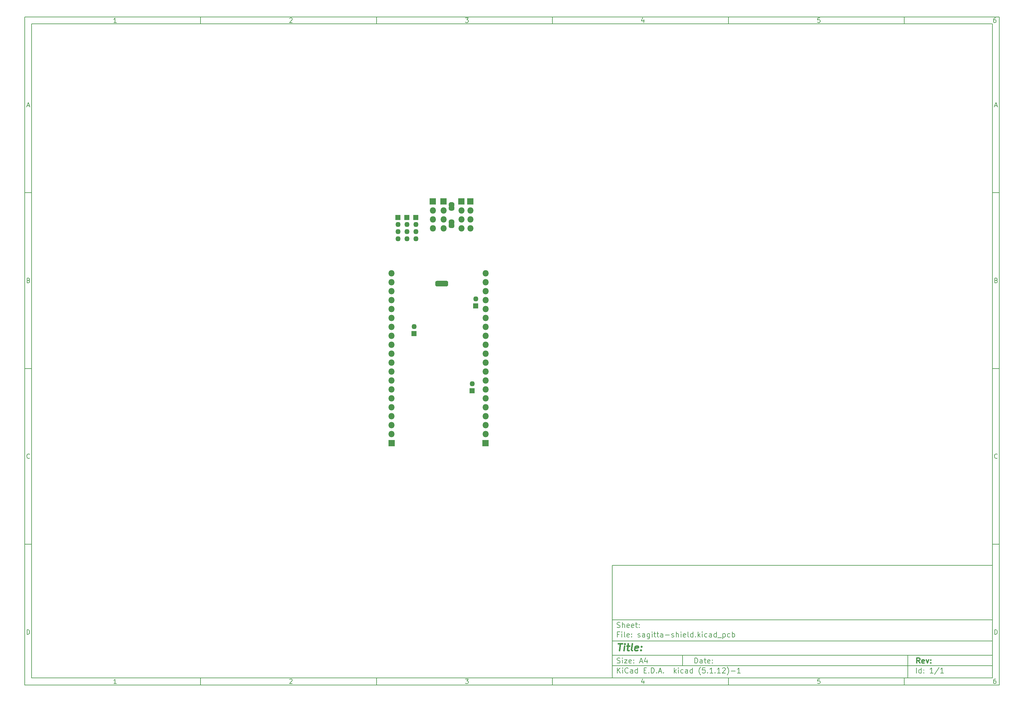
<source format=gbr>
G04 #@! TF.GenerationSoftware,KiCad,Pcbnew,(5.1.12)-1*
G04 #@! TF.CreationDate,2021-12-15T05:31:51+03:00*
G04 #@! TF.ProjectId,sagitta-shield,73616769-7474-4612-9d73-6869656c642e,rev?*
G04 #@! TF.SameCoordinates,Original*
G04 #@! TF.FileFunction,Soldermask,Bot*
G04 #@! TF.FilePolarity,Negative*
%FSLAX46Y46*%
G04 Gerber Fmt 4.6, Leading zero omitted, Abs format (unit mm)*
G04 Created by KiCad (PCBNEW (5.1.12)-1) date 2021-12-15 05:31:51*
%MOMM*%
%LPD*%
G01*
G04 APERTURE LIST*
%ADD10C,0.100000*%
%ADD11C,0.150000*%
%ADD12C,0.300000*%
%ADD13C,0.400000*%
%ADD14O,1.452000X1.452000*%
%ADD15O,1.802000X1.802000*%
G04 APERTURE END LIST*
D10*
D11*
X177002200Y-166007200D02*
X177002200Y-198007200D01*
X285002200Y-198007200D01*
X285002200Y-166007200D01*
X177002200Y-166007200D01*
D10*
D11*
X10000000Y-10000000D02*
X10000000Y-200007200D01*
X287002200Y-200007200D01*
X287002200Y-10000000D01*
X10000000Y-10000000D01*
D10*
D11*
X12000000Y-12000000D02*
X12000000Y-198007200D01*
X285002200Y-198007200D01*
X285002200Y-12000000D01*
X12000000Y-12000000D01*
D10*
D11*
X60000000Y-12000000D02*
X60000000Y-10000000D01*
D10*
D11*
X110000000Y-12000000D02*
X110000000Y-10000000D01*
D10*
D11*
X160000000Y-12000000D02*
X160000000Y-10000000D01*
D10*
D11*
X210000000Y-12000000D02*
X210000000Y-10000000D01*
D10*
D11*
X260000000Y-12000000D02*
X260000000Y-10000000D01*
D10*
D11*
X36065476Y-11588095D02*
X35322619Y-11588095D01*
X35694047Y-11588095D02*
X35694047Y-10288095D01*
X35570238Y-10473809D01*
X35446428Y-10597619D01*
X35322619Y-10659523D01*
D10*
D11*
X85322619Y-10411904D02*
X85384523Y-10350000D01*
X85508333Y-10288095D01*
X85817857Y-10288095D01*
X85941666Y-10350000D01*
X86003571Y-10411904D01*
X86065476Y-10535714D01*
X86065476Y-10659523D01*
X86003571Y-10845238D01*
X85260714Y-11588095D01*
X86065476Y-11588095D01*
D10*
D11*
X135260714Y-10288095D02*
X136065476Y-10288095D01*
X135632142Y-10783333D01*
X135817857Y-10783333D01*
X135941666Y-10845238D01*
X136003571Y-10907142D01*
X136065476Y-11030952D01*
X136065476Y-11340476D01*
X136003571Y-11464285D01*
X135941666Y-11526190D01*
X135817857Y-11588095D01*
X135446428Y-11588095D01*
X135322619Y-11526190D01*
X135260714Y-11464285D01*
D10*
D11*
X185941666Y-10721428D02*
X185941666Y-11588095D01*
X185632142Y-10226190D02*
X185322619Y-11154761D01*
X186127380Y-11154761D01*
D10*
D11*
X236003571Y-10288095D02*
X235384523Y-10288095D01*
X235322619Y-10907142D01*
X235384523Y-10845238D01*
X235508333Y-10783333D01*
X235817857Y-10783333D01*
X235941666Y-10845238D01*
X236003571Y-10907142D01*
X236065476Y-11030952D01*
X236065476Y-11340476D01*
X236003571Y-11464285D01*
X235941666Y-11526190D01*
X235817857Y-11588095D01*
X235508333Y-11588095D01*
X235384523Y-11526190D01*
X235322619Y-11464285D01*
D10*
D11*
X285941666Y-10288095D02*
X285694047Y-10288095D01*
X285570238Y-10350000D01*
X285508333Y-10411904D01*
X285384523Y-10597619D01*
X285322619Y-10845238D01*
X285322619Y-11340476D01*
X285384523Y-11464285D01*
X285446428Y-11526190D01*
X285570238Y-11588095D01*
X285817857Y-11588095D01*
X285941666Y-11526190D01*
X286003571Y-11464285D01*
X286065476Y-11340476D01*
X286065476Y-11030952D01*
X286003571Y-10907142D01*
X285941666Y-10845238D01*
X285817857Y-10783333D01*
X285570238Y-10783333D01*
X285446428Y-10845238D01*
X285384523Y-10907142D01*
X285322619Y-11030952D01*
D10*
D11*
X60000000Y-198007200D02*
X60000000Y-200007200D01*
D10*
D11*
X110000000Y-198007200D02*
X110000000Y-200007200D01*
D10*
D11*
X160000000Y-198007200D02*
X160000000Y-200007200D01*
D10*
D11*
X210000000Y-198007200D02*
X210000000Y-200007200D01*
D10*
D11*
X260000000Y-198007200D02*
X260000000Y-200007200D01*
D10*
D11*
X36065476Y-199595295D02*
X35322619Y-199595295D01*
X35694047Y-199595295D02*
X35694047Y-198295295D01*
X35570238Y-198481009D01*
X35446428Y-198604819D01*
X35322619Y-198666723D01*
D10*
D11*
X85322619Y-198419104D02*
X85384523Y-198357200D01*
X85508333Y-198295295D01*
X85817857Y-198295295D01*
X85941666Y-198357200D01*
X86003571Y-198419104D01*
X86065476Y-198542914D01*
X86065476Y-198666723D01*
X86003571Y-198852438D01*
X85260714Y-199595295D01*
X86065476Y-199595295D01*
D10*
D11*
X135260714Y-198295295D02*
X136065476Y-198295295D01*
X135632142Y-198790533D01*
X135817857Y-198790533D01*
X135941666Y-198852438D01*
X136003571Y-198914342D01*
X136065476Y-199038152D01*
X136065476Y-199347676D01*
X136003571Y-199471485D01*
X135941666Y-199533390D01*
X135817857Y-199595295D01*
X135446428Y-199595295D01*
X135322619Y-199533390D01*
X135260714Y-199471485D01*
D10*
D11*
X185941666Y-198728628D02*
X185941666Y-199595295D01*
X185632142Y-198233390D02*
X185322619Y-199161961D01*
X186127380Y-199161961D01*
D10*
D11*
X236003571Y-198295295D02*
X235384523Y-198295295D01*
X235322619Y-198914342D01*
X235384523Y-198852438D01*
X235508333Y-198790533D01*
X235817857Y-198790533D01*
X235941666Y-198852438D01*
X236003571Y-198914342D01*
X236065476Y-199038152D01*
X236065476Y-199347676D01*
X236003571Y-199471485D01*
X235941666Y-199533390D01*
X235817857Y-199595295D01*
X235508333Y-199595295D01*
X235384523Y-199533390D01*
X235322619Y-199471485D01*
D10*
D11*
X285941666Y-198295295D02*
X285694047Y-198295295D01*
X285570238Y-198357200D01*
X285508333Y-198419104D01*
X285384523Y-198604819D01*
X285322619Y-198852438D01*
X285322619Y-199347676D01*
X285384523Y-199471485D01*
X285446428Y-199533390D01*
X285570238Y-199595295D01*
X285817857Y-199595295D01*
X285941666Y-199533390D01*
X286003571Y-199471485D01*
X286065476Y-199347676D01*
X286065476Y-199038152D01*
X286003571Y-198914342D01*
X285941666Y-198852438D01*
X285817857Y-198790533D01*
X285570238Y-198790533D01*
X285446428Y-198852438D01*
X285384523Y-198914342D01*
X285322619Y-199038152D01*
D10*
D11*
X10000000Y-60000000D02*
X12000000Y-60000000D01*
D10*
D11*
X10000000Y-110000000D02*
X12000000Y-110000000D01*
D10*
D11*
X10000000Y-160000000D02*
X12000000Y-160000000D01*
D10*
D11*
X10690476Y-35216666D02*
X11309523Y-35216666D01*
X10566666Y-35588095D02*
X11000000Y-34288095D01*
X11433333Y-35588095D01*
D10*
D11*
X11092857Y-84907142D02*
X11278571Y-84969047D01*
X11340476Y-85030952D01*
X11402380Y-85154761D01*
X11402380Y-85340476D01*
X11340476Y-85464285D01*
X11278571Y-85526190D01*
X11154761Y-85588095D01*
X10659523Y-85588095D01*
X10659523Y-84288095D01*
X11092857Y-84288095D01*
X11216666Y-84350000D01*
X11278571Y-84411904D01*
X11340476Y-84535714D01*
X11340476Y-84659523D01*
X11278571Y-84783333D01*
X11216666Y-84845238D01*
X11092857Y-84907142D01*
X10659523Y-84907142D01*
D10*
D11*
X11402380Y-135464285D02*
X11340476Y-135526190D01*
X11154761Y-135588095D01*
X11030952Y-135588095D01*
X10845238Y-135526190D01*
X10721428Y-135402380D01*
X10659523Y-135278571D01*
X10597619Y-135030952D01*
X10597619Y-134845238D01*
X10659523Y-134597619D01*
X10721428Y-134473809D01*
X10845238Y-134350000D01*
X11030952Y-134288095D01*
X11154761Y-134288095D01*
X11340476Y-134350000D01*
X11402380Y-134411904D01*
D10*
D11*
X10659523Y-185588095D02*
X10659523Y-184288095D01*
X10969047Y-184288095D01*
X11154761Y-184350000D01*
X11278571Y-184473809D01*
X11340476Y-184597619D01*
X11402380Y-184845238D01*
X11402380Y-185030952D01*
X11340476Y-185278571D01*
X11278571Y-185402380D01*
X11154761Y-185526190D01*
X10969047Y-185588095D01*
X10659523Y-185588095D01*
D10*
D11*
X287002200Y-60000000D02*
X285002200Y-60000000D01*
D10*
D11*
X287002200Y-110000000D02*
X285002200Y-110000000D01*
D10*
D11*
X287002200Y-160000000D02*
X285002200Y-160000000D01*
D10*
D11*
X285692676Y-35216666D02*
X286311723Y-35216666D01*
X285568866Y-35588095D02*
X286002200Y-34288095D01*
X286435533Y-35588095D01*
D10*
D11*
X286095057Y-84907142D02*
X286280771Y-84969047D01*
X286342676Y-85030952D01*
X286404580Y-85154761D01*
X286404580Y-85340476D01*
X286342676Y-85464285D01*
X286280771Y-85526190D01*
X286156961Y-85588095D01*
X285661723Y-85588095D01*
X285661723Y-84288095D01*
X286095057Y-84288095D01*
X286218866Y-84350000D01*
X286280771Y-84411904D01*
X286342676Y-84535714D01*
X286342676Y-84659523D01*
X286280771Y-84783333D01*
X286218866Y-84845238D01*
X286095057Y-84907142D01*
X285661723Y-84907142D01*
D10*
D11*
X286404580Y-135464285D02*
X286342676Y-135526190D01*
X286156961Y-135588095D01*
X286033152Y-135588095D01*
X285847438Y-135526190D01*
X285723628Y-135402380D01*
X285661723Y-135278571D01*
X285599819Y-135030952D01*
X285599819Y-134845238D01*
X285661723Y-134597619D01*
X285723628Y-134473809D01*
X285847438Y-134350000D01*
X286033152Y-134288095D01*
X286156961Y-134288095D01*
X286342676Y-134350000D01*
X286404580Y-134411904D01*
D10*
D11*
X285661723Y-185588095D02*
X285661723Y-184288095D01*
X285971247Y-184288095D01*
X286156961Y-184350000D01*
X286280771Y-184473809D01*
X286342676Y-184597619D01*
X286404580Y-184845238D01*
X286404580Y-185030952D01*
X286342676Y-185278571D01*
X286280771Y-185402380D01*
X286156961Y-185526190D01*
X285971247Y-185588095D01*
X285661723Y-185588095D01*
D10*
D11*
X200434342Y-193785771D02*
X200434342Y-192285771D01*
X200791485Y-192285771D01*
X201005771Y-192357200D01*
X201148628Y-192500057D01*
X201220057Y-192642914D01*
X201291485Y-192928628D01*
X201291485Y-193142914D01*
X201220057Y-193428628D01*
X201148628Y-193571485D01*
X201005771Y-193714342D01*
X200791485Y-193785771D01*
X200434342Y-193785771D01*
X202577200Y-193785771D02*
X202577200Y-193000057D01*
X202505771Y-192857200D01*
X202362914Y-192785771D01*
X202077200Y-192785771D01*
X201934342Y-192857200D01*
X202577200Y-193714342D02*
X202434342Y-193785771D01*
X202077200Y-193785771D01*
X201934342Y-193714342D01*
X201862914Y-193571485D01*
X201862914Y-193428628D01*
X201934342Y-193285771D01*
X202077200Y-193214342D01*
X202434342Y-193214342D01*
X202577200Y-193142914D01*
X203077200Y-192785771D02*
X203648628Y-192785771D01*
X203291485Y-192285771D02*
X203291485Y-193571485D01*
X203362914Y-193714342D01*
X203505771Y-193785771D01*
X203648628Y-193785771D01*
X204720057Y-193714342D02*
X204577200Y-193785771D01*
X204291485Y-193785771D01*
X204148628Y-193714342D01*
X204077200Y-193571485D01*
X204077200Y-193000057D01*
X204148628Y-192857200D01*
X204291485Y-192785771D01*
X204577200Y-192785771D01*
X204720057Y-192857200D01*
X204791485Y-193000057D01*
X204791485Y-193142914D01*
X204077200Y-193285771D01*
X205434342Y-193642914D02*
X205505771Y-193714342D01*
X205434342Y-193785771D01*
X205362914Y-193714342D01*
X205434342Y-193642914D01*
X205434342Y-193785771D01*
X205434342Y-192857200D02*
X205505771Y-192928628D01*
X205434342Y-193000057D01*
X205362914Y-192928628D01*
X205434342Y-192857200D01*
X205434342Y-193000057D01*
D10*
D11*
X177002200Y-194507200D02*
X285002200Y-194507200D01*
D10*
D11*
X178434342Y-196585771D02*
X178434342Y-195085771D01*
X179291485Y-196585771D02*
X178648628Y-195728628D01*
X179291485Y-195085771D02*
X178434342Y-195942914D01*
X179934342Y-196585771D02*
X179934342Y-195585771D01*
X179934342Y-195085771D02*
X179862914Y-195157200D01*
X179934342Y-195228628D01*
X180005771Y-195157200D01*
X179934342Y-195085771D01*
X179934342Y-195228628D01*
X181505771Y-196442914D02*
X181434342Y-196514342D01*
X181220057Y-196585771D01*
X181077200Y-196585771D01*
X180862914Y-196514342D01*
X180720057Y-196371485D01*
X180648628Y-196228628D01*
X180577200Y-195942914D01*
X180577200Y-195728628D01*
X180648628Y-195442914D01*
X180720057Y-195300057D01*
X180862914Y-195157200D01*
X181077200Y-195085771D01*
X181220057Y-195085771D01*
X181434342Y-195157200D01*
X181505771Y-195228628D01*
X182791485Y-196585771D02*
X182791485Y-195800057D01*
X182720057Y-195657200D01*
X182577200Y-195585771D01*
X182291485Y-195585771D01*
X182148628Y-195657200D01*
X182791485Y-196514342D02*
X182648628Y-196585771D01*
X182291485Y-196585771D01*
X182148628Y-196514342D01*
X182077200Y-196371485D01*
X182077200Y-196228628D01*
X182148628Y-196085771D01*
X182291485Y-196014342D01*
X182648628Y-196014342D01*
X182791485Y-195942914D01*
X184148628Y-196585771D02*
X184148628Y-195085771D01*
X184148628Y-196514342D02*
X184005771Y-196585771D01*
X183720057Y-196585771D01*
X183577200Y-196514342D01*
X183505771Y-196442914D01*
X183434342Y-196300057D01*
X183434342Y-195871485D01*
X183505771Y-195728628D01*
X183577200Y-195657200D01*
X183720057Y-195585771D01*
X184005771Y-195585771D01*
X184148628Y-195657200D01*
X186005771Y-195800057D02*
X186505771Y-195800057D01*
X186720057Y-196585771D02*
X186005771Y-196585771D01*
X186005771Y-195085771D01*
X186720057Y-195085771D01*
X187362914Y-196442914D02*
X187434342Y-196514342D01*
X187362914Y-196585771D01*
X187291485Y-196514342D01*
X187362914Y-196442914D01*
X187362914Y-196585771D01*
X188077200Y-196585771D02*
X188077200Y-195085771D01*
X188434342Y-195085771D01*
X188648628Y-195157200D01*
X188791485Y-195300057D01*
X188862914Y-195442914D01*
X188934342Y-195728628D01*
X188934342Y-195942914D01*
X188862914Y-196228628D01*
X188791485Y-196371485D01*
X188648628Y-196514342D01*
X188434342Y-196585771D01*
X188077200Y-196585771D01*
X189577200Y-196442914D02*
X189648628Y-196514342D01*
X189577200Y-196585771D01*
X189505771Y-196514342D01*
X189577200Y-196442914D01*
X189577200Y-196585771D01*
X190220057Y-196157200D02*
X190934342Y-196157200D01*
X190077200Y-196585771D02*
X190577200Y-195085771D01*
X191077200Y-196585771D01*
X191577200Y-196442914D02*
X191648628Y-196514342D01*
X191577200Y-196585771D01*
X191505771Y-196514342D01*
X191577200Y-196442914D01*
X191577200Y-196585771D01*
X194577200Y-196585771D02*
X194577200Y-195085771D01*
X194720057Y-196014342D02*
X195148628Y-196585771D01*
X195148628Y-195585771D02*
X194577200Y-196157200D01*
X195791485Y-196585771D02*
X195791485Y-195585771D01*
X195791485Y-195085771D02*
X195720057Y-195157200D01*
X195791485Y-195228628D01*
X195862914Y-195157200D01*
X195791485Y-195085771D01*
X195791485Y-195228628D01*
X197148628Y-196514342D02*
X197005771Y-196585771D01*
X196720057Y-196585771D01*
X196577200Y-196514342D01*
X196505771Y-196442914D01*
X196434342Y-196300057D01*
X196434342Y-195871485D01*
X196505771Y-195728628D01*
X196577200Y-195657200D01*
X196720057Y-195585771D01*
X197005771Y-195585771D01*
X197148628Y-195657200D01*
X198434342Y-196585771D02*
X198434342Y-195800057D01*
X198362914Y-195657200D01*
X198220057Y-195585771D01*
X197934342Y-195585771D01*
X197791485Y-195657200D01*
X198434342Y-196514342D02*
X198291485Y-196585771D01*
X197934342Y-196585771D01*
X197791485Y-196514342D01*
X197720057Y-196371485D01*
X197720057Y-196228628D01*
X197791485Y-196085771D01*
X197934342Y-196014342D01*
X198291485Y-196014342D01*
X198434342Y-195942914D01*
X199791485Y-196585771D02*
X199791485Y-195085771D01*
X199791485Y-196514342D02*
X199648628Y-196585771D01*
X199362914Y-196585771D01*
X199220057Y-196514342D01*
X199148628Y-196442914D01*
X199077200Y-196300057D01*
X199077200Y-195871485D01*
X199148628Y-195728628D01*
X199220057Y-195657200D01*
X199362914Y-195585771D01*
X199648628Y-195585771D01*
X199791485Y-195657200D01*
X202077200Y-197157200D02*
X202005771Y-197085771D01*
X201862914Y-196871485D01*
X201791485Y-196728628D01*
X201720057Y-196514342D01*
X201648628Y-196157200D01*
X201648628Y-195871485D01*
X201720057Y-195514342D01*
X201791485Y-195300057D01*
X201862914Y-195157200D01*
X202005771Y-194942914D01*
X202077200Y-194871485D01*
X203362914Y-195085771D02*
X202648628Y-195085771D01*
X202577200Y-195800057D01*
X202648628Y-195728628D01*
X202791485Y-195657200D01*
X203148628Y-195657200D01*
X203291485Y-195728628D01*
X203362914Y-195800057D01*
X203434342Y-195942914D01*
X203434342Y-196300057D01*
X203362914Y-196442914D01*
X203291485Y-196514342D01*
X203148628Y-196585771D01*
X202791485Y-196585771D01*
X202648628Y-196514342D01*
X202577200Y-196442914D01*
X204077200Y-196442914D02*
X204148628Y-196514342D01*
X204077200Y-196585771D01*
X204005771Y-196514342D01*
X204077200Y-196442914D01*
X204077200Y-196585771D01*
X205577200Y-196585771D02*
X204720057Y-196585771D01*
X205148628Y-196585771D02*
X205148628Y-195085771D01*
X205005771Y-195300057D01*
X204862914Y-195442914D01*
X204720057Y-195514342D01*
X206220057Y-196442914D02*
X206291485Y-196514342D01*
X206220057Y-196585771D01*
X206148628Y-196514342D01*
X206220057Y-196442914D01*
X206220057Y-196585771D01*
X207720057Y-196585771D02*
X206862914Y-196585771D01*
X207291485Y-196585771D02*
X207291485Y-195085771D01*
X207148628Y-195300057D01*
X207005771Y-195442914D01*
X206862914Y-195514342D01*
X208291485Y-195228628D02*
X208362914Y-195157200D01*
X208505771Y-195085771D01*
X208862914Y-195085771D01*
X209005771Y-195157200D01*
X209077200Y-195228628D01*
X209148628Y-195371485D01*
X209148628Y-195514342D01*
X209077200Y-195728628D01*
X208220057Y-196585771D01*
X209148628Y-196585771D01*
X209648628Y-197157200D02*
X209720057Y-197085771D01*
X209862914Y-196871485D01*
X209934342Y-196728628D01*
X210005771Y-196514342D01*
X210077200Y-196157200D01*
X210077200Y-195871485D01*
X210005771Y-195514342D01*
X209934342Y-195300057D01*
X209862914Y-195157200D01*
X209720057Y-194942914D01*
X209648628Y-194871485D01*
X210791485Y-196014342D02*
X211934342Y-196014342D01*
X213434342Y-196585771D02*
X212577200Y-196585771D01*
X213005771Y-196585771D02*
X213005771Y-195085771D01*
X212862914Y-195300057D01*
X212720057Y-195442914D01*
X212577200Y-195514342D01*
D10*
D11*
X177002200Y-191507200D02*
X285002200Y-191507200D01*
D10*
D12*
X264411485Y-193785771D02*
X263911485Y-193071485D01*
X263554342Y-193785771D02*
X263554342Y-192285771D01*
X264125771Y-192285771D01*
X264268628Y-192357200D01*
X264340057Y-192428628D01*
X264411485Y-192571485D01*
X264411485Y-192785771D01*
X264340057Y-192928628D01*
X264268628Y-193000057D01*
X264125771Y-193071485D01*
X263554342Y-193071485D01*
X265625771Y-193714342D02*
X265482914Y-193785771D01*
X265197200Y-193785771D01*
X265054342Y-193714342D01*
X264982914Y-193571485D01*
X264982914Y-193000057D01*
X265054342Y-192857200D01*
X265197200Y-192785771D01*
X265482914Y-192785771D01*
X265625771Y-192857200D01*
X265697200Y-193000057D01*
X265697200Y-193142914D01*
X264982914Y-193285771D01*
X266197200Y-192785771D02*
X266554342Y-193785771D01*
X266911485Y-192785771D01*
X267482914Y-193642914D02*
X267554342Y-193714342D01*
X267482914Y-193785771D01*
X267411485Y-193714342D01*
X267482914Y-193642914D01*
X267482914Y-193785771D01*
X267482914Y-192857200D02*
X267554342Y-192928628D01*
X267482914Y-193000057D01*
X267411485Y-192928628D01*
X267482914Y-192857200D01*
X267482914Y-193000057D01*
D10*
D11*
X178362914Y-193714342D02*
X178577200Y-193785771D01*
X178934342Y-193785771D01*
X179077200Y-193714342D01*
X179148628Y-193642914D01*
X179220057Y-193500057D01*
X179220057Y-193357200D01*
X179148628Y-193214342D01*
X179077200Y-193142914D01*
X178934342Y-193071485D01*
X178648628Y-193000057D01*
X178505771Y-192928628D01*
X178434342Y-192857200D01*
X178362914Y-192714342D01*
X178362914Y-192571485D01*
X178434342Y-192428628D01*
X178505771Y-192357200D01*
X178648628Y-192285771D01*
X179005771Y-192285771D01*
X179220057Y-192357200D01*
X179862914Y-193785771D02*
X179862914Y-192785771D01*
X179862914Y-192285771D02*
X179791485Y-192357200D01*
X179862914Y-192428628D01*
X179934342Y-192357200D01*
X179862914Y-192285771D01*
X179862914Y-192428628D01*
X180434342Y-192785771D02*
X181220057Y-192785771D01*
X180434342Y-193785771D01*
X181220057Y-193785771D01*
X182362914Y-193714342D02*
X182220057Y-193785771D01*
X181934342Y-193785771D01*
X181791485Y-193714342D01*
X181720057Y-193571485D01*
X181720057Y-193000057D01*
X181791485Y-192857200D01*
X181934342Y-192785771D01*
X182220057Y-192785771D01*
X182362914Y-192857200D01*
X182434342Y-193000057D01*
X182434342Y-193142914D01*
X181720057Y-193285771D01*
X183077200Y-193642914D02*
X183148628Y-193714342D01*
X183077200Y-193785771D01*
X183005771Y-193714342D01*
X183077200Y-193642914D01*
X183077200Y-193785771D01*
X183077200Y-192857200D02*
X183148628Y-192928628D01*
X183077200Y-193000057D01*
X183005771Y-192928628D01*
X183077200Y-192857200D01*
X183077200Y-193000057D01*
X184862914Y-193357200D02*
X185577200Y-193357200D01*
X184720057Y-193785771D02*
X185220057Y-192285771D01*
X185720057Y-193785771D01*
X186862914Y-192785771D02*
X186862914Y-193785771D01*
X186505771Y-192214342D02*
X186148628Y-193285771D01*
X187077200Y-193285771D01*
D10*
D11*
X263434342Y-196585771D02*
X263434342Y-195085771D01*
X264791485Y-196585771D02*
X264791485Y-195085771D01*
X264791485Y-196514342D02*
X264648628Y-196585771D01*
X264362914Y-196585771D01*
X264220057Y-196514342D01*
X264148628Y-196442914D01*
X264077200Y-196300057D01*
X264077200Y-195871485D01*
X264148628Y-195728628D01*
X264220057Y-195657200D01*
X264362914Y-195585771D01*
X264648628Y-195585771D01*
X264791485Y-195657200D01*
X265505771Y-196442914D02*
X265577200Y-196514342D01*
X265505771Y-196585771D01*
X265434342Y-196514342D01*
X265505771Y-196442914D01*
X265505771Y-196585771D01*
X265505771Y-195657200D02*
X265577200Y-195728628D01*
X265505771Y-195800057D01*
X265434342Y-195728628D01*
X265505771Y-195657200D01*
X265505771Y-195800057D01*
X268148628Y-196585771D02*
X267291485Y-196585771D01*
X267720057Y-196585771D02*
X267720057Y-195085771D01*
X267577200Y-195300057D01*
X267434342Y-195442914D01*
X267291485Y-195514342D01*
X269862914Y-195014342D02*
X268577200Y-196942914D01*
X271148628Y-196585771D02*
X270291485Y-196585771D01*
X270720057Y-196585771D02*
X270720057Y-195085771D01*
X270577200Y-195300057D01*
X270434342Y-195442914D01*
X270291485Y-195514342D01*
D10*
D11*
X177002200Y-187507200D02*
X285002200Y-187507200D01*
D10*
D13*
X178714580Y-188211961D02*
X179857438Y-188211961D01*
X179036009Y-190211961D02*
X179286009Y-188211961D01*
X180274104Y-190211961D02*
X180440771Y-188878628D01*
X180524104Y-188211961D02*
X180416961Y-188307200D01*
X180500295Y-188402438D01*
X180607438Y-188307200D01*
X180524104Y-188211961D01*
X180500295Y-188402438D01*
X181107438Y-188878628D02*
X181869342Y-188878628D01*
X181476485Y-188211961D02*
X181262200Y-189926247D01*
X181333628Y-190116723D01*
X181512200Y-190211961D01*
X181702676Y-190211961D01*
X182655057Y-190211961D02*
X182476485Y-190116723D01*
X182405057Y-189926247D01*
X182619342Y-188211961D01*
X184190771Y-190116723D02*
X183988390Y-190211961D01*
X183607438Y-190211961D01*
X183428866Y-190116723D01*
X183357438Y-189926247D01*
X183452676Y-189164342D01*
X183571723Y-188973866D01*
X183774104Y-188878628D01*
X184155057Y-188878628D01*
X184333628Y-188973866D01*
X184405057Y-189164342D01*
X184381247Y-189354819D01*
X183405057Y-189545295D01*
X185155057Y-190021485D02*
X185238390Y-190116723D01*
X185131247Y-190211961D01*
X185047914Y-190116723D01*
X185155057Y-190021485D01*
X185131247Y-190211961D01*
X185286009Y-188973866D02*
X185369342Y-189069104D01*
X185262200Y-189164342D01*
X185178866Y-189069104D01*
X185286009Y-188973866D01*
X185262200Y-189164342D01*
D10*
D11*
X178934342Y-185600057D02*
X178434342Y-185600057D01*
X178434342Y-186385771D02*
X178434342Y-184885771D01*
X179148628Y-184885771D01*
X179720057Y-186385771D02*
X179720057Y-185385771D01*
X179720057Y-184885771D02*
X179648628Y-184957200D01*
X179720057Y-185028628D01*
X179791485Y-184957200D01*
X179720057Y-184885771D01*
X179720057Y-185028628D01*
X180648628Y-186385771D02*
X180505771Y-186314342D01*
X180434342Y-186171485D01*
X180434342Y-184885771D01*
X181791485Y-186314342D02*
X181648628Y-186385771D01*
X181362914Y-186385771D01*
X181220057Y-186314342D01*
X181148628Y-186171485D01*
X181148628Y-185600057D01*
X181220057Y-185457200D01*
X181362914Y-185385771D01*
X181648628Y-185385771D01*
X181791485Y-185457200D01*
X181862914Y-185600057D01*
X181862914Y-185742914D01*
X181148628Y-185885771D01*
X182505771Y-186242914D02*
X182577200Y-186314342D01*
X182505771Y-186385771D01*
X182434342Y-186314342D01*
X182505771Y-186242914D01*
X182505771Y-186385771D01*
X182505771Y-185457200D02*
X182577200Y-185528628D01*
X182505771Y-185600057D01*
X182434342Y-185528628D01*
X182505771Y-185457200D01*
X182505771Y-185600057D01*
X184291485Y-186314342D02*
X184434342Y-186385771D01*
X184720057Y-186385771D01*
X184862914Y-186314342D01*
X184934342Y-186171485D01*
X184934342Y-186100057D01*
X184862914Y-185957200D01*
X184720057Y-185885771D01*
X184505771Y-185885771D01*
X184362914Y-185814342D01*
X184291485Y-185671485D01*
X184291485Y-185600057D01*
X184362914Y-185457200D01*
X184505771Y-185385771D01*
X184720057Y-185385771D01*
X184862914Y-185457200D01*
X186220057Y-186385771D02*
X186220057Y-185600057D01*
X186148628Y-185457200D01*
X186005771Y-185385771D01*
X185720057Y-185385771D01*
X185577200Y-185457200D01*
X186220057Y-186314342D02*
X186077200Y-186385771D01*
X185720057Y-186385771D01*
X185577200Y-186314342D01*
X185505771Y-186171485D01*
X185505771Y-186028628D01*
X185577200Y-185885771D01*
X185720057Y-185814342D01*
X186077200Y-185814342D01*
X186220057Y-185742914D01*
X187577200Y-185385771D02*
X187577200Y-186600057D01*
X187505771Y-186742914D01*
X187434342Y-186814342D01*
X187291485Y-186885771D01*
X187077200Y-186885771D01*
X186934342Y-186814342D01*
X187577200Y-186314342D02*
X187434342Y-186385771D01*
X187148628Y-186385771D01*
X187005771Y-186314342D01*
X186934342Y-186242914D01*
X186862914Y-186100057D01*
X186862914Y-185671485D01*
X186934342Y-185528628D01*
X187005771Y-185457200D01*
X187148628Y-185385771D01*
X187434342Y-185385771D01*
X187577200Y-185457200D01*
X188291485Y-186385771D02*
X188291485Y-185385771D01*
X188291485Y-184885771D02*
X188220057Y-184957200D01*
X188291485Y-185028628D01*
X188362914Y-184957200D01*
X188291485Y-184885771D01*
X188291485Y-185028628D01*
X188791485Y-185385771D02*
X189362914Y-185385771D01*
X189005771Y-184885771D02*
X189005771Y-186171485D01*
X189077200Y-186314342D01*
X189220057Y-186385771D01*
X189362914Y-186385771D01*
X189648628Y-185385771D02*
X190220057Y-185385771D01*
X189862914Y-184885771D02*
X189862914Y-186171485D01*
X189934342Y-186314342D01*
X190077200Y-186385771D01*
X190220057Y-186385771D01*
X191362914Y-186385771D02*
X191362914Y-185600057D01*
X191291485Y-185457200D01*
X191148628Y-185385771D01*
X190862914Y-185385771D01*
X190720057Y-185457200D01*
X191362914Y-186314342D02*
X191220057Y-186385771D01*
X190862914Y-186385771D01*
X190720057Y-186314342D01*
X190648628Y-186171485D01*
X190648628Y-186028628D01*
X190720057Y-185885771D01*
X190862914Y-185814342D01*
X191220057Y-185814342D01*
X191362914Y-185742914D01*
X192077200Y-185814342D02*
X193220057Y-185814342D01*
X193862914Y-186314342D02*
X194005771Y-186385771D01*
X194291485Y-186385771D01*
X194434342Y-186314342D01*
X194505771Y-186171485D01*
X194505771Y-186100057D01*
X194434342Y-185957200D01*
X194291485Y-185885771D01*
X194077200Y-185885771D01*
X193934342Y-185814342D01*
X193862914Y-185671485D01*
X193862914Y-185600057D01*
X193934342Y-185457200D01*
X194077200Y-185385771D01*
X194291485Y-185385771D01*
X194434342Y-185457200D01*
X195148628Y-186385771D02*
X195148628Y-184885771D01*
X195791485Y-186385771D02*
X195791485Y-185600057D01*
X195720057Y-185457200D01*
X195577200Y-185385771D01*
X195362914Y-185385771D01*
X195220057Y-185457200D01*
X195148628Y-185528628D01*
X196505771Y-186385771D02*
X196505771Y-185385771D01*
X196505771Y-184885771D02*
X196434342Y-184957200D01*
X196505771Y-185028628D01*
X196577200Y-184957200D01*
X196505771Y-184885771D01*
X196505771Y-185028628D01*
X197791485Y-186314342D02*
X197648628Y-186385771D01*
X197362914Y-186385771D01*
X197220057Y-186314342D01*
X197148628Y-186171485D01*
X197148628Y-185600057D01*
X197220057Y-185457200D01*
X197362914Y-185385771D01*
X197648628Y-185385771D01*
X197791485Y-185457200D01*
X197862914Y-185600057D01*
X197862914Y-185742914D01*
X197148628Y-185885771D01*
X198720057Y-186385771D02*
X198577200Y-186314342D01*
X198505771Y-186171485D01*
X198505771Y-184885771D01*
X199934342Y-186385771D02*
X199934342Y-184885771D01*
X199934342Y-186314342D02*
X199791485Y-186385771D01*
X199505771Y-186385771D01*
X199362914Y-186314342D01*
X199291485Y-186242914D01*
X199220057Y-186100057D01*
X199220057Y-185671485D01*
X199291485Y-185528628D01*
X199362914Y-185457200D01*
X199505771Y-185385771D01*
X199791485Y-185385771D01*
X199934342Y-185457200D01*
X200648628Y-186242914D02*
X200720057Y-186314342D01*
X200648628Y-186385771D01*
X200577200Y-186314342D01*
X200648628Y-186242914D01*
X200648628Y-186385771D01*
X201362914Y-186385771D02*
X201362914Y-184885771D01*
X201505771Y-185814342D02*
X201934342Y-186385771D01*
X201934342Y-185385771D02*
X201362914Y-185957200D01*
X202577200Y-186385771D02*
X202577200Y-185385771D01*
X202577200Y-184885771D02*
X202505771Y-184957200D01*
X202577200Y-185028628D01*
X202648628Y-184957200D01*
X202577200Y-184885771D01*
X202577200Y-185028628D01*
X203934342Y-186314342D02*
X203791485Y-186385771D01*
X203505771Y-186385771D01*
X203362914Y-186314342D01*
X203291485Y-186242914D01*
X203220057Y-186100057D01*
X203220057Y-185671485D01*
X203291485Y-185528628D01*
X203362914Y-185457200D01*
X203505771Y-185385771D01*
X203791485Y-185385771D01*
X203934342Y-185457200D01*
X205220057Y-186385771D02*
X205220057Y-185600057D01*
X205148628Y-185457200D01*
X205005771Y-185385771D01*
X204720057Y-185385771D01*
X204577200Y-185457200D01*
X205220057Y-186314342D02*
X205077200Y-186385771D01*
X204720057Y-186385771D01*
X204577200Y-186314342D01*
X204505771Y-186171485D01*
X204505771Y-186028628D01*
X204577200Y-185885771D01*
X204720057Y-185814342D01*
X205077200Y-185814342D01*
X205220057Y-185742914D01*
X206577200Y-186385771D02*
X206577200Y-184885771D01*
X206577200Y-186314342D02*
X206434342Y-186385771D01*
X206148628Y-186385771D01*
X206005771Y-186314342D01*
X205934342Y-186242914D01*
X205862914Y-186100057D01*
X205862914Y-185671485D01*
X205934342Y-185528628D01*
X206005771Y-185457200D01*
X206148628Y-185385771D01*
X206434342Y-185385771D01*
X206577200Y-185457200D01*
X206934342Y-186528628D02*
X208077200Y-186528628D01*
X208434342Y-185385771D02*
X208434342Y-186885771D01*
X208434342Y-185457200D02*
X208577200Y-185385771D01*
X208862914Y-185385771D01*
X209005771Y-185457200D01*
X209077200Y-185528628D01*
X209148628Y-185671485D01*
X209148628Y-186100057D01*
X209077200Y-186242914D01*
X209005771Y-186314342D01*
X208862914Y-186385771D01*
X208577200Y-186385771D01*
X208434342Y-186314342D01*
X210434342Y-186314342D02*
X210291485Y-186385771D01*
X210005771Y-186385771D01*
X209862914Y-186314342D01*
X209791485Y-186242914D01*
X209720057Y-186100057D01*
X209720057Y-185671485D01*
X209791485Y-185528628D01*
X209862914Y-185457200D01*
X210005771Y-185385771D01*
X210291485Y-185385771D01*
X210434342Y-185457200D01*
X211077200Y-186385771D02*
X211077200Y-184885771D01*
X211077200Y-185457200D02*
X211220057Y-185385771D01*
X211505771Y-185385771D01*
X211648628Y-185457200D01*
X211720057Y-185528628D01*
X211791485Y-185671485D01*
X211791485Y-186100057D01*
X211720057Y-186242914D01*
X211648628Y-186314342D01*
X211505771Y-186385771D01*
X211220057Y-186385771D01*
X211077200Y-186314342D01*
D10*
D11*
X177002200Y-181507200D02*
X285002200Y-181507200D01*
D10*
D11*
X178362914Y-183614342D02*
X178577200Y-183685771D01*
X178934342Y-183685771D01*
X179077200Y-183614342D01*
X179148628Y-183542914D01*
X179220057Y-183400057D01*
X179220057Y-183257200D01*
X179148628Y-183114342D01*
X179077200Y-183042914D01*
X178934342Y-182971485D01*
X178648628Y-182900057D01*
X178505771Y-182828628D01*
X178434342Y-182757200D01*
X178362914Y-182614342D01*
X178362914Y-182471485D01*
X178434342Y-182328628D01*
X178505771Y-182257200D01*
X178648628Y-182185771D01*
X179005771Y-182185771D01*
X179220057Y-182257200D01*
X179862914Y-183685771D02*
X179862914Y-182185771D01*
X180505771Y-183685771D02*
X180505771Y-182900057D01*
X180434342Y-182757200D01*
X180291485Y-182685771D01*
X180077200Y-182685771D01*
X179934342Y-182757200D01*
X179862914Y-182828628D01*
X181791485Y-183614342D02*
X181648628Y-183685771D01*
X181362914Y-183685771D01*
X181220057Y-183614342D01*
X181148628Y-183471485D01*
X181148628Y-182900057D01*
X181220057Y-182757200D01*
X181362914Y-182685771D01*
X181648628Y-182685771D01*
X181791485Y-182757200D01*
X181862914Y-182900057D01*
X181862914Y-183042914D01*
X181148628Y-183185771D01*
X183077200Y-183614342D02*
X182934342Y-183685771D01*
X182648628Y-183685771D01*
X182505771Y-183614342D01*
X182434342Y-183471485D01*
X182434342Y-182900057D01*
X182505771Y-182757200D01*
X182648628Y-182685771D01*
X182934342Y-182685771D01*
X183077200Y-182757200D01*
X183148628Y-182900057D01*
X183148628Y-183042914D01*
X182434342Y-183185771D01*
X183577200Y-182685771D02*
X184148628Y-182685771D01*
X183791485Y-182185771D02*
X183791485Y-183471485D01*
X183862914Y-183614342D01*
X184005771Y-183685771D01*
X184148628Y-183685771D01*
X184648628Y-183542914D02*
X184720057Y-183614342D01*
X184648628Y-183685771D01*
X184577200Y-183614342D01*
X184648628Y-183542914D01*
X184648628Y-183685771D01*
X184648628Y-182757200D02*
X184720057Y-182828628D01*
X184648628Y-182900057D01*
X184577200Y-182828628D01*
X184648628Y-182757200D01*
X184648628Y-182900057D01*
D10*
D11*
X197002200Y-191507200D02*
X197002200Y-194507200D01*
D10*
D11*
X261002200Y-191507200D02*
X261002200Y-198007200D01*
D14*
X116078000Y-73056000D03*
X116078000Y-71056000D03*
X116078000Y-69056000D03*
G36*
G01*
X115352000Y-67731000D02*
X115352000Y-66381000D01*
G75*
G02*
X115403000Y-66330000I51000J0D01*
G01*
X116753000Y-66330000D01*
G75*
G02*
X116804000Y-66381000I0J-51000D01*
G01*
X116804000Y-67731000D01*
G75*
G02*
X116753000Y-67782000I-51000J0D01*
G01*
X115403000Y-67782000D01*
G75*
G02*
X115352000Y-67731000I0J51000D01*
G01*
G37*
X118618000Y-73056000D03*
X118618000Y-71056000D03*
X118618000Y-69056000D03*
G36*
G01*
X117892000Y-67731000D02*
X117892000Y-66381000D01*
G75*
G02*
X117943000Y-66330000I51000J0D01*
G01*
X119293000Y-66330000D01*
G75*
G02*
X119344000Y-66381000I0J-51000D01*
G01*
X119344000Y-67731000D01*
G75*
G02*
X119293000Y-67782000I-51000J0D01*
G01*
X117943000Y-67782000D01*
G75*
G02*
X117892000Y-67731000I0J51000D01*
G01*
G37*
X121158000Y-73056000D03*
X121158000Y-71056000D03*
X121158000Y-69056000D03*
G36*
G01*
X120432000Y-67731000D02*
X120432000Y-66381000D01*
G75*
G02*
X120483000Y-66330000I51000J0D01*
G01*
X121833000Y-66330000D01*
G75*
G02*
X121884000Y-66381000I0J-51000D01*
G01*
X121884000Y-67731000D01*
G75*
G02*
X121833000Y-67782000I-51000J0D01*
G01*
X120483000Y-67782000D01*
G75*
G02*
X120432000Y-67731000I0J51000D01*
G01*
G37*
X138176000Y-90202000D03*
G36*
G01*
X138902000Y-91527000D02*
X138902000Y-92877000D01*
G75*
G02*
X138851000Y-92928000I-51000J0D01*
G01*
X137501000Y-92928000D01*
G75*
G02*
X137450000Y-92877000I0J51000D01*
G01*
X137450000Y-91527000D01*
G75*
G02*
X137501000Y-91476000I51000J0D01*
G01*
X138851000Y-91476000D01*
G75*
G02*
X138902000Y-91527000I0J-51000D01*
G01*
G37*
X137160000Y-114332000D03*
G36*
G01*
X137886000Y-115657000D02*
X137886000Y-117007000D01*
G75*
G02*
X137835000Y-117058000I-51000J0D01*
G01*
X136485000Y-117058000D01*
G75*
G02*
X136434000Y-117007000I0J51000D01*
G01*
X136434000Y-115657000D01*
G75*
G02*
X136485000Y-115606000I51000J0D01*
G01*
X137835000Y-115606000D01*
G75*
G02*
X137886000Y-115657000I0J-51000D01*
G01*
G37*
X120650000Y-98076000D03*
G36*
G01*
X121376000Y-99401000D02*
X121376000Y-100751000D01*
G75*
G02*
X121325000Y-100802000I-51000J0D01*
G01*
X119975000Y-100802000D01*
G75*
G02*
X119924000Y-100751000I0J51000D01*
G01*
X119924000Y-99401000D01*
G75*
G02*
X119975000Y-99350000I51000J0D01*
G01*
X121325000Y-99350000D01*
G75*
G02*
X121376000Y-99401000I0J-51000D01*
G01*
G37*
D10*
G36*
X127783950Y-85051980D02*
G01*
X127793517Y-85054882D01*
X127802334Y-85059595D01*
X127810062Y-85065938D01*
X127816405Y-85073666D01*
X127821118Y-85082483D01*
X127824020Y-85092050D01*
X127825000Y-85102000D01*
X127825000Y-85501000D01*
X128124000Y-85501000D01*
X128133950Y-85501980D01*
X128143517Y-85504882D01*
X128152334Y-85509595D01*
X128160062Y-85515938D01*
X128166405Y-85523666D01*
X128171118Y-85532483D01*
X128174020Y-85542050D01*
X128175000Y-85552000D01*
X128175000Y-86152000D01*
X128174020Y-86161950D01*
X128171118Y-86171517D01*
X128166405Y-86180334D01*
X128160062Y-86188062D01*
X128152334Y-86194405D01*
X128143517Y-86199118D01*
X128133950Y-86202020D01*
X128124000Y-86203000D01*
X127825000Y-86203000D01*
X127825000Y-86602000D01*
X127824020Y-86611950D01*
X127821118Y-86621517D01*
X127816405Y-86630334D01*
X127810062Y-86638062D01*
X127802334Y-86644405D01*
X127793517Y-86649118D01*
X127783950Y-86652020D01*
X127774000Y-86653000D01*
X127224000Y-86653000D01*
X127217888Y-86652398D01*
X127199466Y-86652398D01*
X127194467Y-86652152D01*
X127145636Y-86647342D01*
X127140686Y-86646608D01*
X127092561Y-86637036D01*
X127087705Y-86635820D01*
X127040750Y-86621576D01*
X127036039Y-86619890D01*
X126990706Y-86601113D01*
X126986180Y-86598973D01*
X126942907Y-86575842D01*
X126938616Y-86573269D01*
X126897817Y-86546009D01*
X126893796Y-86543027D01*
X126855867Y-86511899D01*
X126852159Y-86508538D01*
X126817462Y-86473841D01*
X126814101Y-86470133D01*
X126782973Y-86432204D01*
X126779991Y-86428183D01*
X126752731Y-86387384D01*
X126750158Y-86383093D01*
X126727027Y-86339820D01*
X126724887Y-86335294D01*
X126706110Y-86289961D01*
X126704424Y-86285250D01*
X126690180Y-86238295D01*
X126688964Y-86233439D01*
X126679392Y-86185314D01*
X126678658Y-86180364D01*
X126673848Y-86131533D01*
X126673602Y-86126534D01*
X126673602Y-86108112D01*
X126673000Y-86102000D01*
X126673000Y-85602000D01*
X126673602Y-85595888D01*
X126673602Y-85577466D01*
X126673848Y-85572467D01*
X126678658Y-85523636D01*
X126679392Y-85518686D01*
X126688964Y-85470561D01*
X126690180Y-85465705D01*
X126704424Y-85418750D01*
X126706110Y-85414039D01*
X126724887Y-85368706D01*
X126727027Y-85364180D01*
X126750158Y-85320907D01*
X126752731Y-85316616D01*
X126779991Y-85275817D01*
X126782973Y-85271796D01*
X126814101Y-85233867D01*
X126817462Y-85230159D01*
X126852159Y-85195462D01*
X126855867Y-85192101D01*
X126893796Y-85160973D01*
X126897817Y-85157991D01*
X126938616Y-85130731D01*
X126942907Y-85128158D01*
X126986180Y-85105027D01*
X126990706Y-85102887D01*
X127036039Y-85084110D01*
X127040750Y-85082424D01*
X127087705Y-85068180D01*
X127092561Y-85066964D01*
X127140686Y-85057392D01*
X127145636Y-85056658D01*
X127194467Y-85051848D01*
X127199466Y-85051602D01*
X127217888Y-85051602D01*
X127224000Y-85051000D01*
X127774000Y-85051000D01*
X127783950Y-85051980D01*
G37*
G36*
X129830112Y-85051602D02*
G01*
X129848534Y-85051602D01*
X129853533Y-85051848D01*
X129902364Y-85056658D01*
X129907314Y-85057392D01*
X129955439Y-85066964D01*
X129960295Y-85068180D01*
X130007250Y-85082424D01*
X130011961Y-85084110D01*
X130057294Y-85102887D01*
X130061820Y-85105027D01*
X130105093Y-85128158D01*
X130109384Y-85130731D01*
X130150183Y-85157991D01*
X130154204Y-85160973D01*
X130192133Y-85192101D01*
X130195841Y-85195462D01*
X130230538Y-85230159D01*
X130233899Y-85233867D01*
X130265027Y-85271796D01*
X130268009Y-85275817D01*
X130295269Y-85316616D01*
X130297842Y-85320907D01*
X130320973Y-85364180D01*
X130323113Y-85368706D01*
X130341890Y-85414039D01*
X130343576Y-85418750D01*
X130357820Y-85465705D01*
X130359036Y-85470561D01*
X130368608Y-85518686D01*
X130369342Y-85523636D01*
X130374152Y-85572467D01*
X130374398Y-85577466D01*
X130374398Y-85595888D01*
X130375000Y-85602000D01*
X130375000Y-86102000D01*
X130374398Y-86108112D01*
X130374398Y-86126534D01*
X130374152Y-86131533D01*
X130369342Y-86180364D01*
X130368608Y-86185314D01*
X130359036Y-86233439D01*
X130357820Y-86238295D01*
X130343576Y-86285250D01*
X130341890Y-86289961D01*
X130323113Y-86335294D01*
X130320973Y-86339820D01*
X130297842Y-86383093D01*
X130295269Y-86387384D01*
X130268009Y-86428183D01*
X130265027Y-86432204D01*
X130233899Y-86470133D01*
X130230538Y-86473841D01*
X130195841Y-86508538D01*
X130192133Y-86511899D01*
X130154204Y-86543027D01*
X130150183Y-86546009D01*
X130109384Y-86573269D01*
X130105093Y-86575842D01*
X130061820Y-86598973D01*
X130057294Y-86601113D01*
X130011961Y-86619890D01*
X130007250Y-86621576D01*
X129960295Y-86635820D01*
X129955439Y-86637036D01*
X129907314Y-86646608D01*
X129902364Y-86647342D01*
X129853533Y-86652152D01*
X129848534Y-86652398D01*
X129830112Y-86652398D01*
X129824000Y-86653000D01*
X129274000Y-86653000D01*
X129264050Y-86652020D01*
X129254483Y-86649118D01*
X129245666Y-86644405D01*
X129237938Y-86638062D01*
X129231595Y-86630334D01*
X129226882Y-86621517D01*
X129223980Y-86611950D01*
X129223000Y-86602000D01*
X129223000Y-85102000D01*
X129223980Y-85092050D01*
X129226882Y-85082483D01*
X129231595Y-85073666D01*
X129237938Y-85065938D01*
X129245666Y-85059595D01*
X129254483Y-85054882D01*
X129264050Y-85051980D01*
X129274000Y-85051000D01*
X129824000Y-85051000D01*
X129830112Y-85051602D01*
G37*
G36*
G01*
X127973000Y-86602000D02*
X127973000Y-85102000D01*
G75*
G02*
X128024000Y-85051000I51000J0D01*
G01*
X129024000Y-85051000D01*
G75*
G02*
X129075000Y-85102000I0J-51000D01*
G01*
X129075000Y-86602000D01*
G75*
G02*
X129024000Y-86653000I-51000J0D01*
G01*
X128024000Y-86653000D01*
G75*
G02*
X127973000Y-86602000I0J51000D01*
G01*
G37*
D15*
X114274600Y-100711000D03*
X114274600Y-108331000D03*
X114274600Y-82931000D03*
X114274600Y-115951000D03*
X114274600Y-105791000D03*
X114274600Y-93091000D03*
X114274600Y-110871000D03*
X114274600Y-118491000D03*
X114274600Y-88011000D03*
X114274600Y-103251000D03*
X114274600Y-128651000D03*
X114274600Y-121031000D03*
X114274600Y-113411000D03*
X114274600Y-90551000D03*
X114274600Y-98171000D03*
X114274600Y-85471000D03*
X114274600Y-95631000D03*
G36*
G01*
X115175600Y-130341000D02*
X115175600Y-132041000D01*
G75*
G02*
X115124600Y-132092000I-51000J0D01*
G01*
X113424600Y-132092000D01*
G75*
G02*
X113373600Y-132041000I0J51000D01*
G01*
X113373600Y-130341000D01*
G75*
G02*
X113424600Y-130290000I51000J0D01*
G01*
X115124600Y-130290000D01*
G75*
G02*
X115175600Y-130341000I0J-51000D01*
G01*
G37*
X114274600Y-126111000D03*
X114274600Y-123571000D03*
X140974470Y-82937492D03*
X140974470Y-85477492D03*
X140974470Y-88011000D03*
X140974470Y-90551000D03*
X140974470Y-93097492D03*
X140974470Y-95631000D03*
X140974470Y-98171000D03*
X140974470Y-100711000D03*
X140974470Y-103251000D03*
X140974470Y-105791000D03*
X140974470Y-108331000D03*
X140974470Y-110871000D03*
X140974470Y-113411000D03*
X140974470Y-115957492D03*
X140974470Y-118497492D03*
X140974470Y-121031000D03*
X140974470Y-123571000D03*
X140974470Y-126117492D03*
X140974470Y-128657492D03*
G36*
G01*
X141875470Y-130341000D02*
X141875470Y-132041000D01*
G75*
G02*
X141824470Y-132092000I-51000J0D01*
G01*
X140124470Y-132092000D01*
G75*
G02*
X140073470Y-132041000I0J51000D01*
G01*
X140073470Y-130341000D01*
G75*
G02*
X140124470Y-130290000I51000J0D01*
G01*
X141824470Y-130290000D01*
G75*
G02*
X141875470Y-130341000I0J-51000D01*
G01*
G37*
D10*
G36*
X130517980Y-68974050D02*
G01*
X130520882Y-68964483D01*
X130525595Y-68955666D01*
X130531938Y-68947938D01*
X130539666Y-68941595D01*
X130548483Y-68936882D01*
X130558050Y-68933980D01*
X130568000Y-68933000D01*
X132068000Y-68933000D01*
X132077950Y-68933980D01*
X132087517Y-68936882D01*
X132096334Y-68941595D01*
X132104062Y-68947938D01*
X132110405Y-68955666D01*
X132115118Y-68964483D01*
X132118020Y-68974050D01*
X132119000Y-68984000D01*
X132119000Y-69484000D01*
X132118398Y-69490112D01*
X132118398Y-69508534D01*
X132118152Y-69513533D01*
X132113342Y-69562364D01*
X132112608Y-69567314D01*
X132103036Y-69615439D01*
X132101820Y-69620295D01*
X132087576Y-69667250D01*
X132085890Y-69671961D01*
X132067113Y-69717294D01*
X132064973Y-69721820D01*
X132041842Y-69765093D01*
X132039269Y-69769384D01*
X132012009Y-69810183D01*
X132009027Y-69814204D01*
X131977899Y-69852133D01*
X131974538Y-69855841D01*
X131939841Y-69890538D01*
X131936133Y-69893899D01*
X131898204Y-69925027D01*
X131894183Y-69928009D01*
X131853384Y-69955269D01*
X131849093Y-69957842D01*
X131805820Y-69980973D01*
X131801294Y-69983113D01*
X131755961Y-70001890D01*
X131751250Y-70003576D01*
X131704295Y-70017820D01*
X131699439Y-70019036D01*
X131651314Y-70028608D01*
X131646364Y-70029342D01*
X131597533Y-70034152D01*
X131592534Y-70034398D01*
X131574112Y-70034398D01*
X131568000Y-70035000D01*
X131068000Y-70035000D01*
X131061888Y-70034398D01*
X131043466Y-70034398D01*
X131038467Y-70034152D01*
X130989636Y-70029342D01*
X130984686Y-70028608D01*
X130936561Y-70019036D01*
X130931705Y-70017820D01*
X130884750Y-70003576D01*
X130880039Y-70001890D01*
X130834706Y-69983113D01*
X130830180Y-69980973D01*
X130786907Y-69957842D01*
X130782616Y-69955269D01*
X130741817Y-69928009D01*
X130737796Y-69925027D01*
X130699867Y-69893899D01*
X130696159Y-69890538D01*
X130661462Y-69855841D01*
X130658101Y-69852133D01*
X130626973Y-69814204D01*
X130623991Y-69810183D01*
X130596731Y-69769384D01*
X130594158Y-69765093D01*
X130571027Y-69721820D01*
X130568887Y-69717294D01*
X130550110Y-69671961D01*
X130548424Y-69667250D01*
X130534180Y-69620295D01*
X130532964Y-69615439D01*
X130523392Y-69567314D01*
X130522658Y-69562364D01*
X130517848Y-69513533D01*
X130517602Y-69508534D01*
X130517602Y-69490112D01*
X130517000Y-69484000D01*
X130517000Y-68984000D01*
X130517980Y-68974050D01*
G37*
G36*
X130517602Y-68177888D02*
G01*
X130517602Y-68159466D01*
X130517848Y-68154467D01*
X130522658Y-68105636D01*
X130523392Y-68100686D01*
X130532964Y-68052561D01*
X130534180Y-68047705D01*
X130548424Y-68000750D01*
X130550110Y-67996039D01*
X130568887Y-67950706D01*
X130571027Y-67946180D01*
X130594158Y-67902907D01*
X130596731Y-67898616D01*
X130623991Y-67857817D01*
X130626973Y-67853796D01*
X130658101Y-67815867D01*
X130661462Y-67812159D01*
X130696159Y-67777462D01*
X130699867Y-67774101D01*
X130737796Y-67742973D01*
X130741817Y-67739991D01*
X130782616Y-67712731D01*
X130786907Y-67710158D01*
X130830180Y-67687027D01*
X130834706Y-67684887D01*
X130880039Y-67666110D01*
X130884750Y-67664424D01*
X130931705Y-67650180D01*
X130936561Y-67648964D01*
X130984686Y-67639392D01*
X130989636Y-67638658D01*
X131038467Y-67633848D01*
X131043466Y-67633602D01*
X131061888Y-67633602D01*
X131068000Y-67633000D01*
X131568000Y-67633000D01*
X131574112Y-67633602D01*
X131592534Y-67633602D01*
X131597533Y-67633848D01*
X131646364Y-67638658D01*
X131651314Y-67639392D01*
X131699439Y-67648964D01*
X131704295Y-67650180D01*
X131751250Y-67664424D01*
X131755961Y-67666110D01*
X131801294Y-67684887D01*
X131805820Y-67687027D01*
X131849093Y-67710158D01*
X131853384Y-67712731D01*
X131894183Y-67739991D01*
X131898204Y-67742973D01*
X131936133Y-67774101D01*
X131939841Y-67777462D01*
X131974538Y-67812159D01*
X131977899Y-67815867D01*
X132009027Y-67853796D01*
X132012009Y-67857817D01*
X132039269Y-67898616D01*
X132041842Y-67902907D01*
X132064973Y-67946180D01*
X132067113Y-67950706D01*
X132085890Y-67996039D01*
X132087576Y-68000750D01*
X132101820Y-68047705D01*
X132103036Y-68052561D01*
X132112608Y-68100686D01*
X132113342Y-68105636D01*
X132118152Y-68154467D01*
X132118398Y-68159466D01*
X132118398Y-68177888D01*
X132119000Y-68184000D01*
X132119000Y-68684000D01*
X132118020Y-68693950D01*
X132115118Y-68703517D01*
X132110405Y-68712334D01*
X132104062Y-68720062D01*
X132096334Y-68726405D01*
X132087517Y-68731118D01*
X132077950Y-68734020D01*
X132068000Y-68735000D01*
X130568000Y-68735000D01*
X130558050Y-68734020D01*
X130548483Y-68731118D01*
X130539666Y-68726405D01*
X130531938Y-68720062D01*
X130525595Y-68712334D01*
X130520882Y-68703517D01*
X130517980Y-68693950D01*
X130517000Y-68684000D01*
X130517000Y-68184000D01*
X130517602Y-68177888D01*
G37*
G36*
X130517980Y-64036050D02*
G01*
X130520882Y-64026483D01*
X130525595Y-64017666D01*
X130531938Y-64009938D01*
X130539666Y-64003595D01*
X130548483Y-63998882D01*
X130558050Y-63995980D01*
X130568000Y-63995000D01*
X132068000Y-63995000D01*
X132077950Y-63995980D01*
X132087517Y-63998882D01*
X132096334Y-64003595D01*
X132104062Y-64009938D01*
X132110405Y-64017666D01*
X132115118Y-64026483D01*
X132118020Y-64036050D01*
X132119000Y-64046000D01*
X132119000Y-64546000D01*
X132118398Y-64552112D01*
X132118398Y-64570534D01*
X132118152Y-64575533D01*
X132113342Y-64624364D01*
X132112608Y-64629314D01*
X132103036Y-64677439D01*
X132101820Y-64682295D01*
X132087576Y-64729250D01*
X132085890Y-64733961D01*
X132067113Y-64779294D01*
X132064973Y-64783820D01*
X132041842Y-64827093D01*
X132039269Y-64831384D01*
X132012009Y-64872183D01*
X132009027Y-64876204D01*
X131977899Y-64914133D01*
X131974538Y-64917841D01*
X131939841Y-64952538D01*
X131936133Y-64955899D01*
X131898204Y-64987027D01*
X131894183Y-64990009D01*
X131853384Y-65017269D01*
X131849093Y-65019842D01*
X131805820Y-65042973D01*
X131801294Y-65045113D01*
X131755961Y-65063890D01*
X131751250Y-65065576D01*
X131704295Y-65079820D01*
X131699439Y-65081036D01*
X131651314Y-65090608D01*
X131646364Y-65091342D01*
X131597533Y-65096152D01*
X131592534Y-65096398D01*
X131574112Y-65096398D01*
X131568000Y-65097000D01*
X131068000Y-65097000D01*
X131061888Y-65096398D01*
X131043466Y-65096398D01*
X131038467Y-65096152D01*
X130989636Y-65091342D01*
X130984686Y-65090608D01*
X130936561Y-65081036D01*
X130931705Y-65079820D01*
X130884750Y-65065576D01*
X130880039Y-65063890D01*
X130834706Y-65045113D01*
X130830180Y-65042973D01*
X130786907Y-65019842D01*
X130782616Y-65017269D01*
X130741817Y-64990009D01*
X130737796Y-64987027D01*
X130699867Y-64955899D01*
X130696159Y-64952538D01*
X130661462Y-64917841D01*
X130658101Y-64914133D01*
X130626973Y-64876204D01*
X130623991Y-64872183D01*
X130596731Y-64831384D01*
X130594158Y-64827093D01*
X130571027Y-64783820D01*
X130568887Y-64779294D01*
X130550110Y-64733961D01*
X130548424Y-64729250D01*
X130534180Y-64682295D01*
X130532964Y-64677439D01*
X130523392Y-64629314D01*
X130522658Y-64624364D01*
X130517848Y-64575533D01*
X130517602Y-64570534D01*
X130517602Y-64552112D01*
X130517000Y-64546000D01*
X130517000Y-64046000D01*
X130517980Y-64036050D01*
G37*
G36*
X130517602Y-63239888D02*
G01*
X130517602Y-63221466D01*
X130517848Y-63216467D01*
X130522658Y-63167636D01*
X130523392Y-63162686D01*
X130532964Y-63114561D01*
X130534180Y-63109705D01*
X130548424Y-63062750D01*
X130550110Y-63058039D01*
X130568887Y-63012706D01*
X130571027Y-63008180D01*
X130594158Y-62964907D01*
X130596731Y-62960616D01*
X130623991Y-62919817D01*
X130626973Y-62915796D01*
X130658101Y-62877867D01*
X130661462Y-62874159D01*
X130696159Y-62839462D01*
X130699867Y-62836101D01*
X130737796Y-62804973D01*
X130741817Y-62801991D01*
X130782616Y-62774731D01*
X130786907Y-62772158D01*
X130830180Y-62749027D01*
X130834706Y-62746887D01*
X130880039Y-62728110D01*
X130884750Y-62726424D01*
X130931705Y-62712180D01*
X130936561Y-62710964D01*
X130984686Y-62701392D01*
X130989636Y-62700658D01*
X131038467Y-62695848D01*
X131043466Y-62695602D01*
X131061888Y-62695602D01*
X131068000Y-62695000D01*
X131568000Y-62695000D01*
X131574112Y-62695602D01*
X131592534Y-62695602D01*
X131597533Y-62695848D01*
X131646364Y-62700658D01*
X131651314Y-62701392D01*
X131699439Y-62710964D01*
X131704295Y-62712180D01*
X131751250Y-62726424D01*
X131755961Y-62728110D01*
X131801294Y-62746887D01*
X131805820Y-62749027D01*
X131849093Y-62772158D01*
X131853384Y-62774731D01*
X131894183Y-62801991D01*
X131898204Y-62804973D01*
X131936133Y-62836101D01*
X131939841Y-62839462D01*
X131974538Y-62874159D01*
X131977899Y-62877867D01*
X132009027Y-62915796D01*
X132012009Y-62919817D01*
X132039269Y-62960616D01*
X132041842Y-62964907D01*
X132064973Y-63008180D01*
X132067113Y-63012706D01*
X132085890Y-63058039D01*
X132087576Y-63062750D01*
X132101820Y-63109705D01*
X132103036Y-63114561D01*
X132112608Y-63162686D01*
X132113342Y-63167636D01*
X132118152Y-63216467D01*
X132118398Y-63221466D01*
X132118398Y-63239888D01*
X132119000Y-63246000D01*
X132119000Y-63746000D01*
X132118020Y-63755950D01*
X132115118Y-63765517D01*
X132110405Y-63774334D01*
X132104062Y-63782062D01*
X132096334Y-63788405D01*
X132087517Y-63793118D01*
X132077950Y-63796020D01*
X132068000Y-63797000D01*
X130568000Y-63797000D01*
X130558050Y-63796020D01*
X130548483Y-63793118D01*
X130539666Y-63788405D01*
X130531938Y-63782062D01*
X130525595Y-63774334D01*
X130520882Y-63765517D01*
X130517980Y-63755950D01*
X130517000Y-63746000D01*
X130517000Y-63246000D01*
X130517602Y-63239888D01*
G37*
D15*
X125984000Y-70104000D03*
X125984000Y-67564000D03*
X125984000Y-65024000D03*
G36*
G01*
X125083000Y-63334000D02*
X125083000Y-61634000D01*
G75*
G02*
X125134000Y-61583000I51000J0D01*
G01*
X126834000Y-61583000D01*
G75*
G02*
X126885000Y-61634000I0J-51000D01*
G01*
X126885000Y-63334000D01*
G75*
G02*
X126834000Y-63385000I-51000J0D01*
G01*
X125134000Y-63385000D01*
G75*
G02*
X125083000Y-63334000I0J51000D01*
G01*
G37*
X129032000Y-70104000D03*
X129032000Y-67564000D03*
X129032000Y-65024000D03*
G36*
G01*
X128131000Y-63334000D02*
X128131000Y-61634000D01*
G75*
G02*
X128182000Y-61583000I51000J0D01*
G01*
X129882000Y-61583000D01*
G75*
G02*
X129933000Y-61634000I0J-51000D01*
G01*
X129933000Y-63334000D01*
G75*
G02*
X129882000Y-63385000I-51000J0D01*
G01*
X128182000Y-63385000D01*
G75*
G02*
X128131000Y-63334000I0J51000D01*
G01*
G37*
X136652000Y-70104000D03*
X136652000Y-67564000D03*
X136652000Y-65024000D03*
G36*
G01*
X135751000Y-63334000D02*
X135751000Y-61634000D01*
G75*
G02*
X135802000Y-61583000I51000J0D01*
G01*
X137502000Y-61583000D01*
G75*
G02*
X137553000Y-61634000I0J-51000D01*
G01*
X137553000Y-63334000D01*
G75*
G02*
X137502000Y-63385000I-51000J0D01*
G01*
X135802000Y-63385000D01*
G75*
G02*
X135751000Y-63334000I0J51000D01*
G01*
G37*
X134112000Y-70104000D03*
X134112000Y-67564000D03*
X134112000Y-65024000D03*
G36*
G01*
X133211000Y-63334000D02*
X133211000Y-61634000D01*
G75*
G02*
X133262000Y-61583000I51000J0D01*
G01*
X134962000Y-61583000D01*
G75*
G02*
X135013000Y-61634000I0J-51000D01*
G01*
X135013000Y-63334000D01*
G75*
G02*
X134962000Y-63385000I-51000J0D01*
G01*
X133262000Y-63385000D01*
G75*
G02*
X133211000Y-63334000I0J51000D01*
G01*
G37*
D10*
G36*
X127974732Y-86202000D02*
G01*
X127975000Y-86203000D01*
X127975000Y-86653000D01*
X127974000Y-86654732D01*
X127973000Y-86655000D01*
X127909748Y-86655000D01*
X127908805Y-86654764D01*
X127895067Y-86647421D01*
X127871992Y-86640421D01*
X127848001Y-86638058D01*
X127824010Y-86640421D01*
X127800746Y-86647478D01*
X127798798Y-86647024D01*
X127798217Y-86645110D01*
X127799222Y-86643800D01*
X127801218Y-86642733D01*
X127808641Y-86636641D01*
X127814734Y-86629218D01*
X127819261Y-86620748D01*
X127822050Y-86611555D01*
X127823000Y-86601906D01*
X127823000Y-86203000D01*
X127824000Y-86201268D01*
X127825000Y-86201000D01*
X127973000Y-86201000D01*
X127974732Y-86202000D01*
G37*
G36*
X129139195Y-85049236D02*
G01*
X129152933Y-85056579D01*
X129176008Y-85063579D01*
X129199999Y-85065942D01*
X129223990Y-85063579D01*
X129247253Y-85056522D01*
X129249201Y-85056976D01*
X129249782Y-85058890D01*
X129248777Y-85060200D01*
X129246782Y-85061266D01*
X129239359Y-85067359D01*
X129233266Y-85074782D01*
X129228739Y-85083252D01*
X129225950Y-85092445D01*
X129225000Y-85102094D01*
X129225000Y-86601906D01*
X129225950Y-86611555D01*
X129228739Y-86620748D01*
X129233266Y-86629218D01*
X129239359Y-86636641D01*
X129246782Y-86642734D01*
X129252707Y-86645900D01*
X129253763Y-86647598D01*
X129252820Y-86649362D01*
X129251184Y-86649578D01*
X129249567Y-86649088D01*
X129249382Y-86649022D01*
X129235703Y-86643356D01*
X129212053Y-86638651D01*
X129187946Y-86638651D01*
X129164296Y-86643355D01*
X129142022Y-86652581D01*
X129138906Y-86654663D01*
X129137795Y-86655000D01*
X129075000Y-86655000D01*
X129073268Y-86654000D01*
X129073000Y-86653000D01*
X129073000Y-85051000D01*
X129074000Y-85049268D01*
X129075000Y-85049000D01*
X129138252Y-85049000D01*
X129139195Y-85049236D01*
G37*
G36*
X127974732Y-85050000D02*
G01*
X127975000Y-85051000D01*
X127975000Y-85501000D01*
X127974000Y-85502732D01*
X127973000Y-85503000D01*
X127825000Y-85503000D01*
X127823268Y-85502000D01*
X127823000Y-85501000D01*
X127823000Y-85102094D01*
X127822050Y-85092445D01*
X127819261Y-85083252D01*
X127814734Y-85074782D01*
X127808641Y-85067359D01*
X127801218Y-85061266D01*
X127795293Y-85058100D01*
X127794237Y-85056402D01*
X127795180Y-85054638D01*
X127796816Y-85054422D01*
X127798433Y-85054912D01*
X127798618Y-85054978D01*
X127812297Y-85060644D01*
X127835947Y-85065349D01*
X127860054Y-85065349D01*
X127883704Y-85060645D01*
X127905978Y-85051419D01*
X127909094Y-85049337D01*
X127910205Y-85049000D01*
X127973000Y-85049000D01*
X127974732Y-85050000D01*
G37*
G36*
X130543333Y-68726097D02*
G01*
X130549252Y-68729261D01*
X130558445Y-68732050D01*
X130568094Y-68733000D01*
X132067906Y-68733000D01*
X132077555Y-68732050D01*
X132086748Y-68729261D01*
X132092671Y-68726095D01*
X132094670Y-68726161D01*
X132095613Y-68727924D01*
X132094883Y-68729405D01*
X132093751Y-68730334D01*
X132093593Y-68730451D01*
X132080904Y-68738929D01*
X132063857Y-68755976D01*
X132050462Y-68776024D01*
X132041236Y-68798298D01*
X132036532Y-68821948D01*
X132036532Y-68846054D01*
X132041237Y-68869704D01*
X132050463Y-68891978D01*
X132063858Y-68912025D01*
X132080905Y-68929072D01*
X132093593Y-68937550D01*
X132093751Y-68937667D01*
X132094879Y-68938593D01*
X132095583Y-68940465D01*
X132094314Y-68942011D01*
X132092667Y-68941903D01*
X132086748Y-68938739D01*
X132077555Y-68935950D01*
X132067906Y-68935000D01*
X130568094Y-68935000D01*
X130558445Y-68935950D01*
X130549252Y-68938739D01*
X130543329Y-68941905D01*
X130541330Y-68941839D01*
X130540387Y-68940076D01*
X130541117Y-68938595D01*
X130542249Y-68937666D01*
X130542407Y-68937549D01*
X130555096Y-68929071D01*
X130572143Y-68912024D01*
X130585538Y-68891976D01*
X130594764Y-68869702D01*
X130599468Y-68846052D01*
X130599468Y-68821946D01*
X130594763Y-68798296D01*
X130585537Y-68776022D01*
X130572142Y-68755975D01*
X130555095Y-68738928D01*
X130542407Y-68730450D01*
X130542249Y-68730333D01*
X130541121Y-68729407D01*
X130540417Y-68727535D01*
X130541686Y-68725989D01*
X130543333Y-68726097D01*
G37*
G36*
X130543333Y-63788097D02*
G01*
X130549252Y-63791261D01*
X130558445Y-63794050D01*
X130568094Y-63795000D01*
X132067906Y-63795000D01*
X132077555Y-63794050D01*
X132086748Y-63791261D01*
X132092671Y-63788095D01*
X132094670Y-63788161D01*
X132095613Y-63789924D01*
X132094883Y-63791405D01*
X132093751Y-63792334D01*
X132093593Y-63792451D01*
X132080904Y-63800929D01*
X132063857Y-63817976D01*
X132050462Y-63838024D01*
X132041236Y-63860298D01*
X132036532Y-63883948D01*
X132036532Y-63908054D01*
X132041237Y-63931704D01*
X132050463Y-63953978D01*
X132063858Y-63974025D01*
X132080905Y-63991072D01*
X132093593Y-63999550D01*
X132093751Y-63999667D01*
X132094879Y-64000593D01*
X132095583Y-64002465D01*
X132094314Y-64004011D01*
X132092667Y-64003903D01*
X132086748Y-64000739D01*
X132077555Y-63997950D01*
X132067906Y-63997000D01*
X130568094Y-63997000D01*
X130558445Y-63997950D01*
X130549252Y-64000739D01*
X130543329Y-64003905D01*
X130541330Y-64003839D01*
X130540387Y-64002076D01*
X130541117Y-64000595D01*
X130542249Y-63999666D01*
X130542407Y-63999549D01*
X130555096Y-63991071D01*
X130572143Y-63974024D01*
X130585538Y-63953976D01*
X130594764Y-63931702D01*
X130599468Y-63908052D01*
X130599468Y-63883946D01*
X130594763Y-63860296D01*
X130585537Y-63838022D01*
X130572142Y-63817975D01*
X130555095Y-63800928D01*
X130542407Y-63792450D01*
X130542249Y-63792333D01*
X130541121Y-63791407D01*
X130540417Y-63789535D01*
X130541686Y-63787989D01*
X130543333Y-63788097D01*
G37*
M02*

</source>
